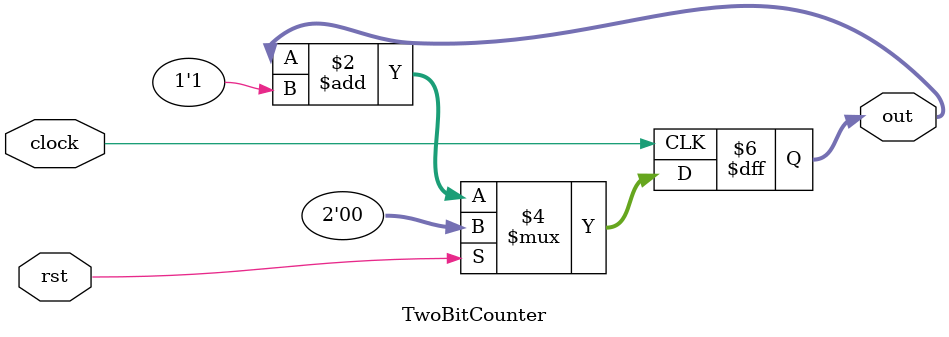
<source format=v>
`timescale 1ns / 1ps


module TwoBitCounter (input clock, input rst, output reg [1:0] out);

always @(posedge(clock)) begin
if (rst) out <= 0; // reset
else out <= out + 1'b1; // count
end 

endmodule

</source>
